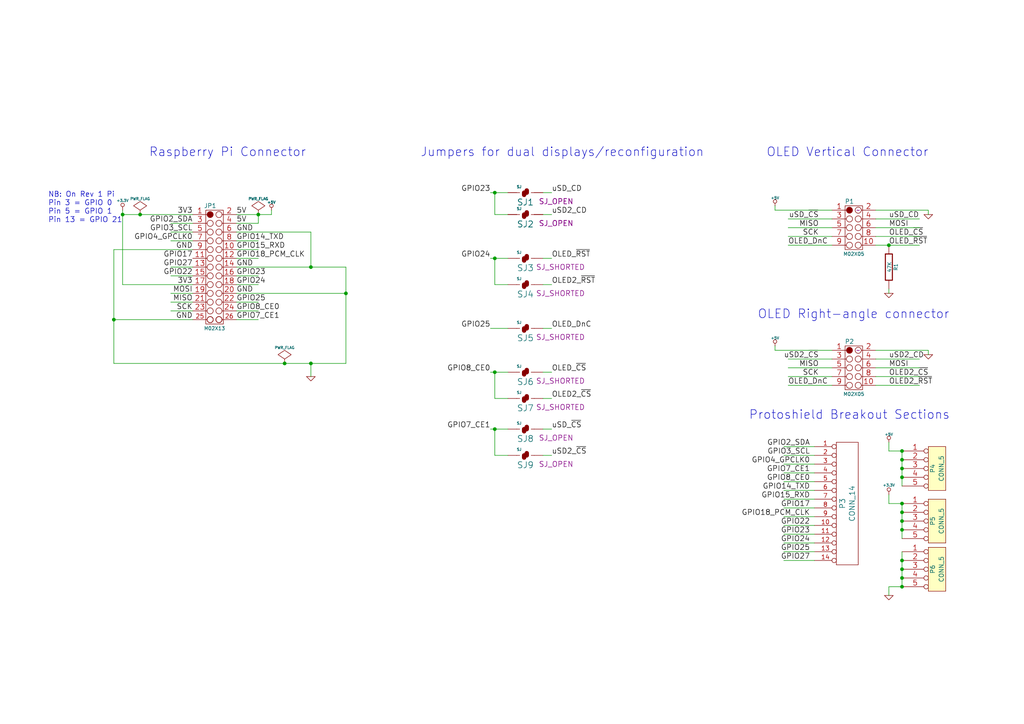
<source format=kicad_sch>
(kicad_sch (version 20230121) (generator eeschema)
  (paper "A4")
  (title_block (date "12 feb 2014"))
  (lib_symbols
    (symbol "PiScreen-rescue:+3.3V" (power) (pin_names (offset 0))
      (property "Value" "+3.3V" (at 0 2.794 0))
      (symbol "+3.3V_0_0"
        (pin power_in line (at 0 0 90) (length 0) hide (name "+3.3V") (number "1"))
      )
      (symbol "+3.3V_0_1"
        (polyline (pts (xy 0 0) (xy 0 1.016) (xy 0 1.016)))
        (circle (center 0 1.524) (radius 0.508))
      )
    )
    (symbol "PiScreen-rescue:+5V" (power) (pin_names (offset 1.016))
      (property "Value" "+5V" (at 0 2.286 0))
      (symbol "+5V_0_0"
        (pin power_in line (at 0 0 90) (length 0) hide (name "+5V") (number "1"))
      )
      (symbol "+5V_0_1"
        (polyline (pts (xy 0 0) (xy 0 0.762) (xy 0 0.762) (xy 0 0.762)))
        (circle (center 0 1.27) (radius 0.508))
      )
    )
    (symbol "PiScreen-rescue:CONN_14" (pin_names (offset 1.016) hide)
      (property "Reference" "P" (at -0.762 0 90))
      (property "Value" "CONN_14" (at 2.032 0 90))
      (symbol "CONN_14_0_1"
        (rectangle (start -2.54 17.78) (end 3.81 -17.78))
      )
      (symbol "CONN_14_1_1"
        (pin passive inverted (at -8.89 16.51 0) (length 6.35) (name "P1") (number "1"))
        (pin passive inverted (at -8.89 -6.35 0) (length 6.35) (name "P10") (number "10"))
        (pin passive inverted (at -8.89 -8.89 0) (length 6.35) (name "P11") (number "11"))
        (pin passive inverted (at -8.89 -11.43 0) (length 6.35) (name "P12") (number "12"))
        (pin passive inverted (at -8.89 -13.97 0) (length 6.35) (name "P13") (number "13"))
        (pin passive inverted (at -8.89 -16.51 0) (length 6.35) (name "P14") (number "14"))
        (pin passive inverted (at -8.89 13.97 0) (length 6.35) (name "P2") (number "2"))
        (pin passive inverted (at -8.89 11.43 0) (length 6.35) (name "P3") (number "3"))
        (pin passive inverted (at -8.89 8.89 0) (length 6.35) (name "P4") (number "4"))
        (pin passive inverted (at -8.89 6.35 0) (length 6.35) (name "P5") (number "5"))
        (pin passive inverted (at -8.89 3.81 0) (length 6.35) (name "P6") (number "6"))
        (pin passive inverted (at -8.89 1.27 0) (length 6.35) (name "P7") (number "7"))
        (pin passive inverted (at -8.89 -1.27 0) (length 6.35) (name "P8") (number "8"))
        (pin passive inverted (at -8.89 -3.81 0) (length 6.35) (name "P9") (number "9"))
      )
    )
    (symbol "PiScreen-rescue:CONN_5" (pin_names (offset 1.016))
      (property "Reference" "P" (at -1.27 0 90))
      (property "Value" "CONN_5" (at 1.27 0 90))
      (symbol "CONN_5_0_1"
        (rectangle (start -2.54 6.35) (end 2.54 -6.35) (fill (type background)))
      )
      (symbol "CONN_5_1_1"
        (pin passive inverted (at -10.16 5.08 0) (length 7.62) (name "~") (number "1"))
        (pin passive inverted (at -10.16 2.54 0) (length 7.62) (name "~") (number "2"))
        (pin passive inverted (at -10.16 0 0) (length 7.62) (name "~") (number "3"))
        (pin passive inverted (at -10.16 -2.54 0) (length 7.62) (name "~") (number "4"))
        (pin passive inverted (at -10.16 -5.08 0) (length 7.62) (name "~") (number "5"))
      )
    )
    (symbol "PiScreen-rescue:GND" (power) (pin_names (offset 0))
      (symbol "GND_0_1"
        (polyline (pts (xy -1.27 0) (xy 0 -1.27) (xy 1.27 0) (xy -1.27 0)))
      )
      (symbol "GND_1_1"
        (pin power_in line (at 0 0 90) (length 0) hide (name "GND") (number "1"))
      )
    )
    (symbol "PiScreen-rescue:M02X05" (pin_names (offset 0.762) hide)
      (property "Reference" "JP" (at -2.54 2.54 0))
      (property "Value" "M02X05" (at -1.27 -12.7 0))
      (symbol "M02X05_0_1"
        (circle (center -2.54 -7.62) (radius 0.889))
        (circle (center -2.54 -5.08) (radius 0.889))
        (circle (center -2.54 0) (radius 0.889) (fill (type outline)))
        (circle (center 0 -7.62) (radius 0.889))
        (circle (center 0 -5.08) (radius 0.889))
        (polyline (pts (xy -3.81 1.27) (xy 1.27 1.27) (xy 1.27 -11.43) (xy -3.81 -11.43) (xy -3.81 1.27)))
        (circle (center 0 0) (radius 0.889))
        (pin passive line (at -7.62 0 0) (length 4.191) (name "1") (number "1"))
        (pin passive line (at 5.08 -10.16 180) (length 4.191) (name "10") (number "10"))
        (pin passive line (at 5.08 0 180) (length 4.191) (name "2") (number "2"))
        (pin passive line (at -7.62 -2.54 0) (length 4.191) (name "3") (number "3"))
        (pin passive line (at 5.08 -2.54 180) (length 4.191) (name "4") (number "4"))
        (pin passive line (at -7.62 -5.08 0) (length 4.191) (name "5") (number "5"))
        (pin passive line (at 5.08 -5.08 180) (length 4.191) (name "6") (number "6"))
        (pin passive line (at -7.62 -7.62 0) (length 4.191) (name "7") (number "7"))
        (pin passive line (at 5.08 -7.62 180) (length 4.191) (name "8") (number "8"))
        (pin passive line (at -7.62 -10.16 0) (length 4.191) (name "9") (number "9"))
      )
      (symbol "M02X05_1_1"
        (circle (center -2.54 -10.16) (radius 0.889))
        (circle (center -2.54 -2.54) (radius 0.889))
        (circle (center 0 -10.16) (radius 0.889))
        (circle (center 0 -2.54) (radius 0.889))
      )
    )
    (symbol "PiScreen-rescue:M02X13" (pin_names (offset 0.762) hide)
      (property "Reference" "JP" (at -2.54 2.54 0))
      (property "Value" "M02X13" (at -1.27 -33.02 0))
      (symbol "M02X13_0_1"
        (circle (center -2.54 -30.48) (radius 0.889))
        (circle (center -2.54 -30.48) (radius 0.889))
        (circle (center -2.54 -27.94) (radius 0.889))
        (circle (center -2.54 -25.4) (radius 0.889))
        (circle (center -2.54 -20.32) (radius 0.889))
        (circle (center -2.54 -17.78) (radius 0.889))
        (circle (center -2.54 -15.24) (radius 0.889))
        (circle (center -2.54 -12.7) (radius 0.889))
        (circle (center -2.54 -7.62) (radius 0.889))
        (circle (center -2.54 -5.08) (radius 0.889))
        (circle (center -2.54 0) (radius 0.889) (fill (type outline)))
        (circle (center 0 -30.48) (radius 0.889))
        (circle (center 0 -30.48) (radius 0.889))
        (circle (center 0 -27.94) (radius 0.889))
        (circle (center 0 -25.4) (radius 0.889))
        (circle (center 0 -20.32) (radius 0.889))
        (circle (center 0 -17.78) (radius 0.889))
        (circle (center 0 -15.24) (radius 0.889))
        (circle (center 0 -12.7) (radius 0.889))
        (circle (center 0 -7.62) (radius 0.889))
        (circle (center 0 -5.08) (radius 0.889))
        (circle (center 0 0) (radius 0.889))
        (rectangle (start 1.27 -31.75) (end -3.81 1.27))
        (pin passive line (at -7.62 0 0) (length 4.191) (name "1") (number "1"))
        (pin passive line (at 5.08 -10.16 180) (length 4.191) (name "10") (number "10"))
        (pin passive line (at -7.62 -12.7 0) (length 4.191) (name "11") (number "11"))
        (pin passive line (at 5.08 -12.7 180) (length 4.191) (name "12") (number "12"))
        (pin passive line (at -7.62 -15.24 0) (length 4.191) (name "13") (number "13"))
        (pin passive line (at 5.08 -15.24 180) (length 4.191) (name "14") (number "14"))
        (pin passive line (at -7.62 -17.78 0) (length 4.191) (name "15") (number "15"))
        (pin passive line (at 5.08 -17.78 180) (length 4.191) (name "16") (number "16"))
        (pin passive line (at -7.62 -20.32 0) (length 4.191) (name "17") (number "17"))
        (pin passive line (at 5.08 -20.32 180) (length 4.191) (name "18") (number "18"))
        (pin passive line (at -7.62 -22.86 0) (length 4.191) (name "19") (number "19"))
        (pin passive line (at 5.08 0 180) (length 4.191) (name "2") (number "2"))
        (pin passive line (at 5.08 -22.86 180) (length 4.191) (name "20") (number "20"))
        (pin passive line (at -7.62 -25.4 0) (length 4.191) (name "21") (number "21"))
        (pin passive line (at 5.08 -25.4 180) (length 4.191) (name "22") (number "22"))
        (pin passive line (at -7.62 -27.94 0) (length 4.191) (name "23") (number "23"))
        (pin passive line (at 5.08 -27.94 180) (length 4.191) (name "24") (number "24"))
        (pin passive line (at -7.62 -2.54 0) (length 4.191) (name "3") (number "3"))
        (pin passive line (at 5.08 -2.54 180) (length 4.191) (name "4") (number "4"))
        (pin passive line (at -7.62 -5.08 0) (length 4.191) (name "5") (number "5"))
        (pin passive line (at 5.08 -5.08 180) (length 4.191) (name "6") (number "6"))
        (pin passive line (at -7.62 -7.62 0) (length 4.191) (name "7") (number "7"))
        (pin passive line (at 5.08 -7.62 180) (length 4.191) (name "8") (number "8"))
        (pin passive line (at -7.62 -10.16 0) (length 4.191) (name "9") (number "9"))
      )
      (symbol "M02X13_1_1"
        (circle (center -2.54 -22.86) (radius 0.889))
        (circle (center -2.54 -10.16) (radius 0.889))
        (circle (center -2.54 -2.54) (radius 0.889))
        (circle (center 0 -22.86) (radius 0.889))
        (circle (center 0 -10.16) (radius 0.889))
        (circle (center 0 -2.54) (radius 0.889))
        (pin input line (at -7.62 -30.48 0) (length 4.191) (name "~") (number "25"))
        (pin input line (at 5.08 -30.48 180) (length 4.191) (name "~") (number "26"))
      )
    )
    (symbol "PiScreen-rescue:PWR_FLAG" (power) (pin_numbers hide) (pin_names (offset 0) hide)
      (property "Value" "PWR_FLAG" (at 0 4.572 0))
      (symbol "PWR_FLAG_0_0"
        (pin power_out line (at 0 0 90) (length 0) (name "pwr") (number "1"))
      )
      (symbol "PWR_FLAG_0_1"
        (polyline (pts (xy 0 0) (xy 0 1.27) (xy -1.905 2.54) (xy 0 3.81) (xy 1.905 2.54) (xy 0 1.27)))
      )
    )
    (symbol "PiScreen-rescue:R" (pin_numbers hide) (pin_names (offset 0))
      (property "Reference" "R" (at 2.032 0 90))
      (property "Value" "R" (at 0.1778 0.0254 90))
      (symbol "R_0_1"
        (rectangle (start -1.016 3.81) (end 1.016 -3.81) (stroke (width 0.3048)))
      )
      (symbol "R_1_1"
        (pin passive line (at 0 6.35 270) (length 2.54) (name "~") (number "1"))
        (pin passive line (at 0 -6.35 90) (length 2.54) (name "~") (number "2"))
      )
    )
    (symbol "PiScreen-rescue:SJ" (pin_names (offset 2.54))
      (property "Reference" "SJ" (at -2.54 -3.81 0))
      (property "Value" "SJ" (at -2.54 1.27 0))
      (symbol "SJ_0_0"
        (polyline (pts (xy -2.54 0) (xy -1.651 0)) (stroke (width 0.1524)))
        (polyline (pts (xy -0.381 0) (xy -0.381 -0.635)) (stroke (width 1.27)))
        (polyline (pts (xy 0.381 0) (xy 0.381 0.635)) (stroke (width 1.27)))
        (polyline (pts (xy 2.54 0) (xy 1.651 0)) (stroke (width 0.1524)))
        (pin passive line (at -5.08 0 0) (length 2.54) (name "1") (number "1"))
        (pin passive line (at 5.08 0 180) (length 2.54) (name "2") (number "2"))
      )
    )
  )
  (junction (at 261.62 170.18))
  (junction (at 143.51 74.93))
  (junction (at 33.02 92.71))
  (junction (at 261.62 148.59))
  (junction (at 143.51 107.95))
  (junction (at 74.93 62.23))
  (junction (at 261.62 151.13))
  (junction (at 90.17 77.47))
  (junction (at 261.62 133.35))
  (junction (at 143.51 124.46))
  (junction (at 40.64 62.23))
  (junction (at 261.62 167.64))
  (junction (at 261.62 135.89))
  (junction (at 261.62 165.1))
  (junction (at 90.17 105.41))
  (junction (at 261.62 138.43))
  (junction (at 82.55 105.41))
  (junction (at 261.62 162.56))
  (junction (at 261.62 153.67))
  (junction (at 100.33 85.09))
  (junction (at 261.62 146.05))
  (junction (at 261.62 130.81))
  (junction (at 257.81 71.12))
  (junction (at 143.51 55.88))
  (junction (at 35.56 62.23))
  (wire (pts (xy 157.48 55.88) (xy 160.02 55.88)))
  (wire (pts (xy 142.24 55.88) (xy 143.51 55.88)))
  (wire (pts (xy 254 66.04) (xy 266.7 66.04)))
  (wire (pts (xy 35.56 62.23) (xy 35.56 82.55)))
  (wire (pts (xy 143.51 82.55) (xy 147.32 82.55)))
  (wire (pts (xy 261.62 156.21) (xy 261.62 153.67)))
  (wire (pts (xy 236.22 144.78) (xy 227.33 144.78)))
  (wire (pts (xy 35.56 62.23) (xy 40.64 62.23)))
  (wire (pts (xy 257.81 130.81) (xy 257.81 128.27)))
  (wire (pts (xy 269.24 60.96) (xy 269.24 62.23)))
  (wire (pts (xy 224.79 100.33) (xy 224.79 101.6)))
  (wire (pts (xy 254 101.6) (xy 269.24 101.6)))
  (wire (pts (xy 224.79 60.96) (xy 241.3 60.96)))
  (wire (pts (xy 261.62 160.02) (xy 261.62 162.56)))
  (wire (pts (xy 228.6 106.68) (xy 241.3 106.68)))
  (wire (pts (xy 261.62 148.59) (xy 261.62 146.05)))
  (wire (pts (xy 68.58 64.77) (xy 74.93 64.77)))
  (wire (pts (xy 55.88 77.47) (xy 49.53 77.47)))
  (wire (pts (xy 261.62 135.89) (xy 261.62 133.35)))
  (wire (pts (xy 257.81 71.12) (xy 266.7 71.12)))
  (wire (pts (xy 236.22 134.62) (xy 227.33 134.62)))
  (wire (pts (xy 261.62 167.64) (xy 261.62 170.18)))
  (wire (pts (xy 228.6 104.14) (xy 241.3 104.14)))
  (wire (pts (xy 228.6 63.5) (xy 241.3 63.5)))
  (wire (pts (xy 143.51 124.46) (xy 147.32 124.46)))
  (wire (pts (xy 157.48 115.57) (xy 160.02 115.57)))
  (wire (pts (xy 55.88 85.09) (xy 49.53 85.09)))
  (wire (pts (xy 68.58 74.93) (xy 74.93 74.93)))
  (wire (pts (xy 33.02 105.41) (xy 33.02 92.71)))
  (wire (pts (xy 68.58 69.85) (xy 74.93 69.85)))
  (wire (pts (xy 82.55 105.41) (xy 33.02 105.41)))
  (wire (pts (xy 236.22 160.02) (xy 227.33 160.02)))
  (wire (pts (xy 224.79 101.6) (xy 241.3 101.6)))
  (wire (pts (xy 33.02 92.71) (xy 55.88 92.71)))
  (wire (pts (xy 236.22 157.48) (xy 227.33 157.48)))
  (wire (pts (xy 157.48 132.08) (xy 160.02 132.08)))
  (wire (pts (xy 74.93 62.23) (xy 78.74 62.23)))
  (wire (pts (xy 68.58 87.63) (xy 74.93 87.63)))
  (wire (pts (xy 33.02 72.39) (xy 55.88 72.39)))
  (wire (pts (xy 261.62 162.56) (xy 261.62 165.1)))
  (wire (pts (xy 261.62 130.81) (xy 257.81 130.81)))
  (wire (pts (xy 261.62 170.18) (xy 257.81 170.18)))
  (wire (pts (xy 68.58 72.39) (xy 74.93 72.39)))
  (wire (pts (xy 236.22 142.24) (xy 227.33 142.24)))
  (wire (pts (xy 143.51 74.93) (xy 143.51 82.55)))
  (wire (pts (xy 236.22 139.7) (xy 227.33 139.7)))
  (wire (pts (xy 90.17 77.47) (xy 100.33 77.47)))
  (wire (pts (xy 68.58 92.71) (xy 74.93 92.71)))
  (wire (pts (xy 143.51 115.57) (xy 143.51 107.95)))
  (wire (pts (xy 254 63.5) (xy 266.7 63.5)))
  (wire (pts (xy 143.51 132.08) (xy 143.51 124.46)))
  (wire (pts (xy 35.56 60.96) (xy 35.56 62.23)))
  (wire (pts (xy 33.02 92.71) (xy 33.02 72.39)))
  (wire (pts (xy 55.88 90.17) (xy 49.53 90.17)))
  (wire (pts (xy 236.22 129.54) (xy 227.33 129.54)))
  (wire (pts (xy 261.62 138.43) (xy 261.62 135.89)))
  (wire (pts (xy 142.24 124.46) (xy 143.51 124.46)))
  (wire (pts (xy 142.24 95.25) (xy 147.32 95.25)))
  (wire (pts (xy 157.48 82.55) (xy 160.02 82.55)))
  (wire (pts (xy 143.51 55.88) (xy 147.32 55.88)))
  (wire (pts (xy 68.58 85.09) (xy 100.33 85.09)))
  (wire (pts (xy 157.48 62.23) (xy 160.02 62.23)))
  (wire (pts (xy 228.6 68.58) (xy 241.3 68.58)))
  (wire (pts (xy 68.58 90.17) (xy 74.93 90.17)))
  (wire (pts (xy 254 111.76) (xy 266.7 111.76)))
  (wire (pts (xy 261.62 153.67) (xy 261.62 151.13)))
  (wire (pts (xy 157.48 74.93) (xy 160.02 74.93)))
  (wire (pts (xy 261.62 146.05) (xy 257.81 146.05)))
  (wire (pts (xy 147.32 132.08) (xy 143.51 132.08)))
  (wire (pts (xy 55.88 87.63) (xy 49.53 87.63)))
  (wire (pts (xy 74.93 64.77) (xy 74.93 62.23)))
  (wire (pts (xy 254 106.68) (xy 266.7 106.68)))
  (wire (pts (xy 147.32 62.23) (xy 143.51 62.23)))
  (wire (pts (xy 228.6 109.22) (xy 241.3 109.22)))
  (wire (pts (xy 261.62 140.97) (xy 261.62 138.43)))
  (wire (pts (xy 100.33 85.09) (xy 100.33 105.41)))
  (wire (pts (xy 55.88 69.85) (xy 49.53 69.85)))
  (wire (pts (xy 68.58 77.47) (xy 90.17 77.47)))
  (wire (pts (xy 254 71.12) (xy 257.81 71.12)))
  (wire (pts (xy 228.6 71.12) (xy 241.3 71.12)))
  (wire (pts (xy 236.22 162.56) (xy 227.33 162.56)))
  (wire (pts (xy 236.22 149.86) (xy 227.33 149.86)))
  (wire (pts (xy 236.22 152.4) (xy 227.33 152.4)))
  (wire (pts (xy 228.6 66.04) (xy 241.3 66.04)))
  (wire (pts (xy 147.32 115.57) (xy 143.51 115.57)))
  (wire (pts (xy 254 104.14) (xy 266.7 104.14)))
  (wire (pts (xy 236.22 137.16) (xy 227.33 137.16)))
  (wire (pts (xy 35.56 82.55) (xy 55.88 82.55)))
  (wire (pts (xy 90.17 105.41) (xy 90.17 109.22)))
  (wire (pts (xy 236.22 147.32) (xy 227.33 147.32)))
  (wire (pts (xy 257.81 146.05) (xy 257.81 143.51)))
  (wire (pts (xy 269.24 101.6) (xy 269.24 102.87)))
  (wire (pts (xy 261.62 133.35) (xy 261.62 130.81)))
  (wire (pts (xy 68.58 80.01) (xy 74.93 80.01)))
  (wire (pts (xy 90.17 67.31) (xy 90.17 77.47)))
  (wire (pts (xy 142.24 107.95) (xy 143.51 107.95)))
  (wire (pts (xy 142.24 74.93) (xy 143.51 74.93)))
  (wire (pts (xy 68.58 67.31) (xy 90.17 67.31)))
  (wire (pts (xy 257.81 85.09) (xy 257.81 83.82)))
  (wire (pts (xy 261.62 151.13) (xy 261.62 148.59)))
  (wire (pts (xy 90.17 105.41) (xy 82.55 105.41)))
  (wire (pts (xy 143.51 62.23) (xy 143.51 55.88)))
  (wire (pts (xy 254 60.96) (xy 269.24 60.96)))
  (wire (pts (xy 100.33 77.47) (xy 100.33 85.09)))
  (wire (pts (xy 55.88 67.31) (xy 49.53 67.31)))
  (wire (pts (xy 40.64 62.23) (xy 55.88 62.23)))
  (wire (pts (xy 68.58 62.23) (xy 74.93 62.23)))
  (wire (pts (xy 68.58 82.55) (xy 74.93 82.55)))
  (wire (pts (xy 55.88 80.01) (xy 49.53 80.01)))
  (wire (pts (xy 55.88 64.77) (xy 49.53 64.77)))
  (wire (pts (xy 157.48 95.25) (xy 160.02 95.25)))
  (wire (pts (xy 143.51 74.93) (xy 147.32 74.93)))
  (wire (pts (xy 254 68.58) (xy 266.7 68.58)))
  (wire (pts (xy 236.22 132.08) (xy 227.33 132.08)))
  (wire (pts (xy 228.6 111.76) (xy 241.3 111.76)))
  (wire (pts (xy 261.62 165.1) (xy 261.62 167.64)))
  (wire (pts (xy 143.51 107.95) (xy 147.32 107.95)))
  (wire (pts (xy 254 109.22) (xy 266.7 109.22)))
  (wire (pts (xy 236.22 154.94) (xy 227.33 154.94)))
  (wire (pts (xy 257.81 170.18) (xy 257.81 172.72)))
  (wire (pts (xy 157.48 124.46) (xy 160.02 124.46)))
  (wire (pts (xy 100.33 105.41) (xy 90.17 105.41)))
  (wire (pts (xy 157.48 107.95) (xy 160.02 107.95)))
  (wire (pts (xy 224.79 59.69) (xy 224.79 60.96)))
  (wire (pts (xy 78.74 62.23) (xy 78.74 60.96)))
  (text "NB: On Rev 1 Pi\nPin 3 = GPIO 0\nPin 5 = GPIO 1\nPin 13 = GPIO 21" (at 13.97 64.77 0) (effects (font (size 1.524 1.524)) (justify left bottom)))
  (text "Protoshield Breakout Sections" (at 217.17 121.92 0) (effects (font (size 2.54 2.54)) (justify left bottom)))
  (text "Jumpers for dual displays/reconfiguration" (at 121.92 45.72 0) (effects (font (size 2.54 2.54)) (justify left bottom)))
  (text "OLED Right-angle connector" (at 219.71 92.71 0) (effects (font (size 2.54 2.54)) (justify left bottom)))
  (text "Raspberry Pi Connector" (at 43.18 45.72 0) (effects (font (size 2.54 2.54)) (justify left bottom)))
  (text "OLED Vertical Connector\n" (at 222.25 45.72 0) (effects (font (size 2.54 2.54)) (justify left bottom)))
  (label "OLED_DnC" (at 160.02 95.25 0) (effects (font (size 1.524 1.524))))
  (label "OLED_~{RST}" (at 160.02 74.93 0) (effects (font (size 1.524 1.524))))
  (label "uSD2_~{CS}" (at 160.02 132.08 0) (effects (font (size 1.524 1.524))))
  (label "GPIO3_SCL" (at 234.95 132.08 180) (effects (font (size 1.524 1.524))))
  (label "MOSI" (at 257.81 66.04 0) (effects (font (size 1.524 1.524))))
  (label "SCK" (at 55.88 90.17 180) (effects (font (size 1.524 1.524))))
  (label "GPIO18_PCM_CLK" (at 234.95 149.86 180) (effects (font (size 1.524 1.524))))
  (label "GPIO17" (at 234.95 147.32 180) (effects (font (size 1.524 1.524))))
  (label "5V" (at 68.58 64.77 0) (effects (font (size 1.524 1.524))))
  (label "GPIO25" (at 234.95 160.02 180) (effects (font (size 1.524 1.524))))
  (label "GPIO8_CE0" (at 142.24 107.95 180) (effects (font (size 1.524 1.524))))
  (label "GND" (at 55.88 92.71 180) (effects (font (size 1.524 1.524))))
  (label "GPIO8_CE0" (at 68.58 90.17 0) (effects (font (size 1.524 1.524))))
  (label "uSD_~{CS}" (at 237.49 63.5 180) (effects (font (size 1.524 1.524))))
  (label "GPIO4_GPCLK0" (at 234.95 134.62 180) (effects (font (size 1.524 1.524))))
  (label "MISO" (at 237.49 106.68 180) (effects (font (size 1.524 1.524))))
  (label "GPIO14_TXD" (at 68.58 69.85 0) (effects (font (size 1.524 1.524))))
  (label "GPIO7_CE1" (at 68.58 92.71 0) (effects (font (size 1.524 1.524))))
  (label "GPIO3_SCL" (at 55.88 67.31 180) (effects (font (size 1.524 1.524))))
  (label "GPIO27" (at 234.95 162.56 180) (effects (font (size 1.524 1.524))))
  (label "OLED2_~{RST}" (at 160.02 82.55 0) (effects (font (size 1.524 1.524))))
  (label "GPIO25" (at 142.24 95.25 180) (effects (font (size 1.524 1.524))))
  (label "OLED2_~{CS}" (at 257.81 109.22 0) (effects (font (size 1.524 1.524))))
  (label "GPIO24" (at 68.58 82.55 0) (effects (font (size 1.524 1.524))))
  (label "OLED2_~{CS}" (at 160.02 115.57 0) (effects (font (size 1.524 1.524))))
  (label "GND" (at 55.88 72.39 180) (effects (font (size 1.524 1.524))))
  (label "GPIO22" (at 55.88 80.01 180) (effects (font (size 1.524 1.524))))
  (label "3V3" (at 55.88 62.23 180) (effects (font (size 1.524 1.524))))
  (label "GND" (at 68.58 77.47 0) (effects (font (size 1.524 1.524))))
  (label "MISO" (at 55.88 87.63 180) (effects (font (size 1.524 1.524))))
  (label "OLED_~{RST}" (at 257.81 71.12 0) (effects (font (size 1.524 1.524))))
  (label "uSD_CD" (at 257.81 63.5 0) (effects (font (size 1.524 1.524))))
  (label "OLED_DnC" (at 228.6 111.76 0) (effects (font (size 1.524 1.524))))
  (label "GPIO18_PCM_CLK" (at 68.58 74.93 0) (effects (font (size 1.524 1.524))))
  (label "uSD2_CD" (at 160.02 62.23 0) (effects (font (size 1.524 1.524))))
  (label "GPIO4_GPCLK0" (at 55.88 69.85 180) (effects (font (size 1.524 1.524))))
  (label "GPIO2_SDA" (at 55.88 64.77 180) (effects (font (size 1.524 1.524))))
  (label "uSD2_~{CS}" (at 237.49 104.14 180) (effects (font (size 1.524 1.524))))
  (label "GPIO23" (at 234.95 154.94 180) (effects (font (size 1.524 1.524))))
  (label "5V" (at 68.58 62.23 0) (effects (font (size 1.524 1.524))))
  (label "GPIO17" (at 55.88 74.93 180) (effects (font (size 1.524 1.524))))
  (label "uSD_CD" (at 160.02 55.88 0) (effects (font (size 1.524 1.524))))
  (label "GPIO27" (at 55.88 77.47 180) (effects (font (size 1.524 1.524))))
  (label "uSD_~{CS}" (at 160.02 124.46 0) (effects (font (size 1.524 1.524))))
  (label "SCK" (at 237.49 68.58 180) (effects (font (size 1.524 1.524))))
  (label "MOSI" (at 257.81 106.68 0) (effects (font (size 1.524 1.524))))
  (label "OLED_DnC" (at 228.6 71.12 0) (effects (font (size 1.524 1.524))))
  (label "GPIO2_SDA" (at 234.95 129.54 180) (effects (font (size 1.524 1.524))))
  (label "MISO" (at 237.49 66.04 180) (effects (font (size 1.524 1.524))))
  (label "OLED_~{CS}" (at 160.02 107.95 0) (effects (font (size 1.524 1.524))))
  (label "OLED2_~{RST}" (at 257.81 111.76 0) (effects (font (size 1.524 1.524))))
  (label "GPIO24" (at 234.95 157.48 180) (effects (font (size 1.524 1.524))))
  (label "GPIO15_RXD" (at 234.95 144.78 180) (effects (font (size 1.524 1.524))))
  (label "GPIO25" (at 68.58 87.63 0) (effects (font (size 1.524 1.524))))
  (label "GPIO23" (at 142.24 55.88 180) (effects (font (size 1.524 1.524))))
  (label "GPIO7_CE1" (at 234.95 137.16 180) (effects (font (size 1.524 1.524))))
  (label "GND" (at 68.58 67.31 0) (effects (font (size 1.524 1.524))))
  (label "uSD2_CD" (at 257.81 104.14 0) (effects (font (size 1.524 1.524))))
  (label "OLED_~{CS}" (at 257.81 68.58 0) (effects (font (size 1.524 1.524))))
  (label "3V3" (at 55.88 82.55 180) (effects (font (size 1.524 1.524))))
  (label "GPIO8_CE0" (at 234.95 139.7 180) (effects (font (size 1.524 1.524))))
  (label "GPIO22" (at 234.95 152.4 180) (effects (font (size 1.524 1.524))))
  (label "GND" (at 68.58 85.09 0) (effects (font (size 1.524 1.524))))
  (label "GPIO15_RXD" (at 68.58 72.39 0) (effects (font (size 1.524 1.524))))
  (label "MOSI" (at 55.88 85.09 180) (effects (font (size 1.524 1.524))))
  (label "GPIO7_CE1" (at 142.24 124.46 180) (effects (font (size 1.524 1.524))))
  (label "GPIO23" (at 68.58 80.01 0) (effects (font (size 1.524 1.524))))
  (label "GPIO14_TXD" (at 234.95 142.24 180) (effects (font (size 1.524 1.524))))
  (label "SCK" (at 237.49 109.22 180) (effects (font (size 1.524 1.524))))
  (label "GPIO24" (at 142.24 74.93 180) (effects (font (size 1.524 1.524))))
  (symbol (lib_id "PiScreen-rescue:+5V") (at 224.79 59.69 0) (unit 1)
    (property "Reference" "#PWR01" (effects hide))
    (property "Value" "+5V" (at 224.79 57.404 0) (effects (font (size 0.762 0.762))))
  )
  (symbol (lib_id "PiScreen-rescue:GND") (at 269.24 62.23 0) (mirror y) (unit 1)
    (property "Reference" "#PWR02" (effects hide))
    (property "Value" "GND" (effects hide))
  )
  (symbol (lib_id "PiScreen-rescue:M02X05") (at 248.92 60.96 0) (unit 1)
    (property "Reference" "P1" (at 246.38 58.42 0))
    (property "Value" "M02X05" (at 247.65 73.66 0) (effects (font (size 1.016 1.016))))
    (property "Footprint" "DIL10" (effects hide))
    (property "Datasheet" "~" (at 248.92 60.96 0) (effects (font (size 1.524 1.524))))
  )
  (symbol (lib_id "PiScreen-rescue:R") (at 257.81 77.47 0) (unit 1)
    (property "Reference" "R1" (at 259.842 77.47 90) (effects (font (size 1.016 1.016))))
    (property "Value" "47K" (at 257.9878 77.4446 90) (effects (font (size 1.016 1.016))))
    (property "Footprint" "SM0603_Resistor" (effects hide))
  )
  (symbol (lib_id "PiScreen-rescue:GND") (at 257.81 85.09 0) (unit 1)
    (property "Reference" "#PWR03" (effects hide))
    (property "Value" "GND" (effects hide))
  )
  (symbol (lib_id "PiScreen-rescue:M02X13") (at 63.5 62.23 0) (unit 1)
    (property "Reference" "JP1" (at 60.96 59.69 0))
    (property "Value" "M02X13" (at 62.23 95.25 0) (effects (font (size 1.016 1.016))))
    (property "Footprint" "pin_array_13x2" (effects hide))
  )
  (symbol (lib_id "PiScreen-rescue:GND") (at 90.17 109.22 0) (unit 1)
    (property "Reference" "#PWR04" (effects hide))
    (property "Value" "GND" (effects hide))
  )
  (symbol (lib_id "PiScreen-rescue:+5V") (at 224.79 100.33 0) (unit 1)
    (property "Reference" "#PWR08" (effects hide))
    (property "Value" "+5V" (at 224.79 98.044 0) (effects (font (size 0.762 0.762))))
  )
  (symbol (lib_id "PiScreen-rescue:GND") (at 269.24 102.87 0) (mirror y) (unit 1)
    (property "Reference" "#PWR09" (effects hide))
    (property "Value" "GND" (effects hide))
  )
  (symbol (lib_id "PiScreen-rescue:M02X05") (at 248.92 101.6 0) (unit 1)
    (property "Reference" "P2" (at 246.38 99.06 0))
    (property "Value" "M02X05" (at 247.65 114.3 0) (effects (font (size 1.016 1.016))))
    (property "Footprint" "DIL10" (effects hide))
    (property "Datasheet" "~" (at 248.92 101.6 0) (effects (font (size 1.524 1.524))))
  )
  (symbol (lib_id "PiScreen-rescue:+5V") (at 78.74 60.96 0) (unit 1)
    (property "Reference" "#PWR05" (effects hide))
    (property "Value" "+5V" (at 78.74 58.674 0) (effects (font (size 0.762 0.762))))
  )
  (symbol (lib_id "PiScreen-rescue:PWR_FLAG") (at 74.93 62.23 0) (unit 1)
    (property "Reference" "#FLG06" (effects hide))
    (property "Value" "PWR_FLAG" (at 74.93 57.658 0) (effects (font (size 0.762 0.762))))
  )
  (symbol (lib_id "PiScreen-rescue:PWR_FLAG") (at 82.55 105.41 0) (unit 1)
    (property "Reference" "#FLG07" (effects hide))
    (property "Value" "PWR_FLAG" (at 82.55 100.838 0) (effects (font (size 0.762 0.762))))
  )
  (symbol (lib_id "PiScreen-rescue:SJ") (at 152.4 55.88 0) (unit 1)
    (property "Reference" "SJ1" (at 149.86 59.69 0) (effects (font (size 1.778 1.778)) (justify left bottom)))
    (property "Value" "SJ" (at 149.86 54.61 0) (effects (font (size 0.762 0.762)) (justify left bottom)))
    (property "Footprint" "SJ_OPEN" (at 161.29 58.42 0) (effects (font (size 1.524 1.524))))
  )
  (symbol (lib_id "PiScreen-rescue:SJ") (at 152.4 62.23 0) (unit 1)
    (property "Reference" "SJ2" (at 149.86 66.04 0) (effects (font (size 1.778 1.778)) (justify left bottom)))
    (property "Value" "SJ" (at 149.86 60.96 0) (effects (font (size 0.762 0.762)) (justify left bottom)))
    (property "Footprint" "SJ_OPEN" (at 161.29 64.77 0) (effects (font (size 1.524 1.524))))
  )
  (symbol (lib_id "PiScreen-rescue:SJ") (at 152.4 74.93 0) (unit 1)
    (property "Reference" "SJ3" (at 149.86 78.74 0) (effects (font (size 1.778 1.778)) (justify left bottom)))
    (property "Value" "SJ" (at 149.86 73.66 0) (effects (font (size 0.762 0.762)) (justify left bottom)))
    (property "Footprint" "SJ_SHORTED" (at 162.56 77.47 0) (effects (font (size 1.524 1.524))))
  )
  (symbol (lib_id "PiScreen-rescue:SJ") (at 152.4 82.55 0) (unit 1)
    (property "Reference" "SJ4" (at 149.86 86.36 0) (effects (font (size 1.778 1.778)) (justify left bottom)))
    (property "Value" "SJ" (at 149.86 81.28 0) (effects (font (size 0.762 0.762)) (justify left bottom)))
    (property "Footprint" "SJ_SHORTED" (at 162.56 85.09 0) (effects (font (size 1.524 1.524))))
  )
  (symbol (lib_id "PiScreen-rescue:SJ") (at 152.4 95.25 0) (unit 1)
    (property "Reference" "SJ5" (at 149.86 99.06 0) (effects (font (size 1.778 1.778)) (justify left bottom)))
    (property "Value" "SJ" (at 149.86 93.98 0) (effects (font (size 0.762 0.762)) (justify left bottom)))
    (property "Footprint" "SJ_SHORTED" (at 162.56 97.79 0) (effects (font (size 1.524 1.524))))
  )
  (symbol (lib_id "PiScreen-rescue:SJ") (at 152.4 107.95 0) (unit 1)
    (property "Reference" "SJ6" (at 149.86 111.76 0) (effects (font (size 1.778 1.778)) (justify left bottom)))
    (property "Value" "SJ" (at 149.86 106.68 0) (effects (font (size 0.762 0.762)) (justify left bottom)))
    (property "Footprint" "SJ_SHORTED" (at 162.56 110.49 0) (effects (font (size 1.524 1.524))))
  )
  (symbol (lib_id "PiScreen-rescue:SJ") (at 152.4 115.57 0) (unit 1)
    (property "Reference" "SJ7" (at 149.86 119.38 0) (effects (font (size 1.778 1.778)) (justify left bottom)))
    (property "Value" "SJ" (at 149.86 114.3 0) (effects (font (size 0.762 0.762)) (justify left bottom)))
    (property "Footprint" "SJ_SHORTED" (at 162.56 118.11 0) (effects (font (size 1.524 1.524))))
  )
  (symbol (lib_id "PiScreen-rescue:SJ") (at 152.4 124.46 0) (unit 1)
    (property "Reference" "SJ8" (at 149.86 128.27 0) (effects (font (size 1.778 1.778)) (justify left bottom)))
    (property "Value" "SJ" (at 149.86 123.19 0) (effects (font (size 0.762 0.762)) (justify left bottom)))
    (property "Footprint" "SJ_OPEN" (at 161.29 127 0) (effects (font (size 1.524 1.524))))
  )
  (symbol (lib_id "PiScreen-rescue:SJ") (at 152.4 132.08 0) (unit 1)
    (property "Reference" "SJ9" (at 149.86 135.89 0) (effects (font (size 1.778 1.778)) (justify left bottom)))
    (property "Value" "SJ" (at 149.86 130.81 0) (effects (font (size 0.762 0.762)) (justify left bottom)))
    (property "Footprint" "SJ_OPEN" (at 161.29 134.62 0) (effects (font (size 1.524 1.524))))
  )
  (symbol (lib_id "PiScreen-rescue:CONN_14") (at 245.11 146.05 0) (unit 1)
    (property "Reference" "P3" (at 244.348 146.05 90) (effects (font (size 1.524 1.524))))
    (property "Value" "CONN_14" (at 247.142 146.05 90) (effects (font (size 1.524 1.524))))
    (property "Footprint" "1X14" (effects hide))
  )
  (symbol (lib_id "PiScreen-rescue:CONN_5") (at 271.78 135.89 0) (unit 1)
    (property "Reference" "P4" (at 270.51 135.89 90))
    (property "Value" "CONN_5" (at 273.05 135.89 90))
    (property "Footprint" "1X05" (effects hide))
  )
  (symbol (lib_id "PiScreen-rescue:CONN_5") (at 271.78 151.13 0) (unit 1)
    (property "Reference" "P5" (at 270.51 151.13 90))
    (property "Value" "CONN_5" (at 273.05 151.13 90))
    (property "Footprint" "1X05" (effects hide))
  )
  (symbol (lib_id "PiScreen-rescue:CONN_5") (at 271.78 165.1 0) (unit 1)
    (property "Reference" "P6" (at 270.51 165.1 90))
    (property "Value" "CONN_5" (at 273.05 165.1 90))
    (property "Footprint" "1X05" (effects hide))
  )
  (symbol (lib_id "PiScreen-rescue:+5V") (at 257.81 128.27 0) (unit 1)
    (property "Reference" "#PWR010" (effects hide))
    (property "Value" "+5V" (at 257.81 125.984 0) (effects (font (size 0.762 0.762))))
  )
  (symbol (lib_id "PiScreen-rescue:+3.3V") (at 257.81 143.51 0) (unit 1)
    (property "Reference" "#PWR011" (effects hide))
    (property "Value" "+3.3V" (at 257.81 140.716 0) (effects (font (size 0.762 0.762))))
  )
  (symbol (lib_id "PiScreen-rescue:GND") (at 257.81 172.72 0) (unit 1)
    (property "Reference" "#PWR012" (effects hide))
    (property "Value" "GND" (effects hide))
  )
  (symbol (lib_id "PiScreen-rescue:+3.3V") (at 35.56 60.96 0) (unit 1)
    (property "Reference" "#PWR013" (effects hide))
    (property "Value" "+3.3V" (at 35.56 58.166 0) (effects (font (size 0.762 0.762))))
  )
  (symbol (lib_id "PiScreen-rescue:PWR_FLAG") (at 40.64 62.23 0) (unit 1)
    (property "Reference" "#FLG014" (effects hide))
    (property "Value" "PWR_FLAG" (at 40.64 57.658 0) (effects (font (size 0.762 0.762))))
  )
)
</source>
